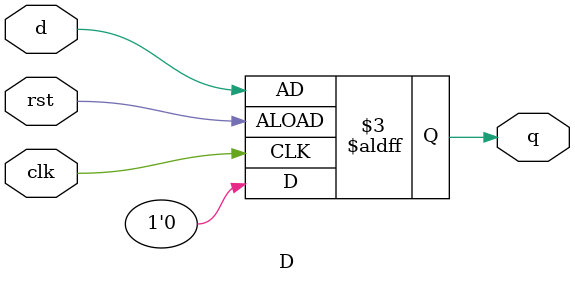
<source format=v>
`timescale 1ns / 1ps


module D(
    input clk,
    input rst,
    input d,
    output reg q
    );
    always @(posedge clk,negedge rst)
    begin
    if(rst == 1'b1)
        q<=1'b0;
    else
        q<=d;
    end
endmodule
</source>
